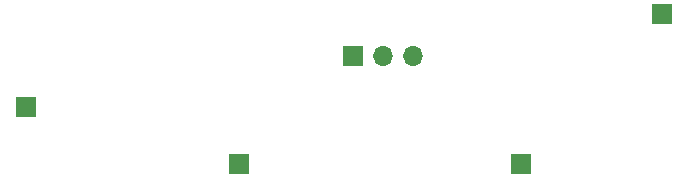
<source format=gbr>
%TF.GenerationSoftware,KiCad,Pcbnew,(6.0.8)*%
%TF.CreationDate,2022-10-18T22:13:00+02:00*%
%TF.ProjectId,test_project_1,74657374-5f70-4726-9f6a-6563745f312e,rev?*%
%TF.SameCoordinates,Original*%
%TF.FileFunction,Copper,L2,Bot*%
%TF.FilePolarity,Positive*%
%FSLAX46Y46*%
G04 Gerber Fmt 4.6, Leading zero omitted, Abs format (unit mm)*
G04 Created by KiCad (PCBNEW (6.0.8)) date 2022-10-18 22:13:00*
%MOMM*%
%LPD*%
G01*
G04 APERTURE LIST*
%TA.AperFunction,ComponentPad*%
%ADD10R,1.700000X1.700000*%
%TD*%
%TA.AperFunction,ComponentPad*%
%ADD11O,1.700000X1.700000*%
%TD*%
G04 APERTURE END LIST*
D10*
%TO.P,J_N7,1,Pin_1*%
%TO.N,Net-(J_P8-Pad1)*%
X160782000Y-95504000D03*
%TD*%
%TO.P,J_N1,1,Pin_1*%
%TO.N,GND*%
X124968000Y-108204000D03*
%TD*%
%TO.P,J_P2,1,Pin_1*%
%TO.N,+12V*%
X106934000Y-103378000D03*
%TD*%
%TO.P,J_P8,1,Pin_1*%
%TO.N,Net-(J_P8-Pad1)*%
X148844000Y-108204000D03*
%TD*%
D11*
%TO.P,J1,3,Pin_3*%
%TO.N,Net-(J1-Pad3)*%
X139700000Y-99060000D03*
%TO.P,J1,2,Pin_2*%
%TO.N,GND*%
X137160000Y-99060000D03*
D10*
%TO.P,J1,1,Pin_1*%
%TO.N,+12V*%
X134620000Y-99060000D03*
%TD*%
M02*

</source>
